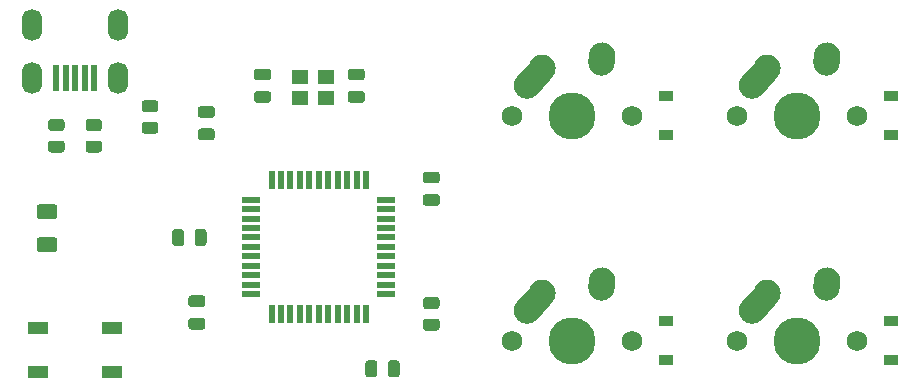
<source format=gbs>
%TF.GenerationSoftware,KiCad,Pcbnew,(5.1.10)-1*%
%TF.CreationDate,2021-09-07T16:31:46+07:00*%
%TF.ProjectId,trialkb,74726961-6c6b-4622-9e6b-696361645f70,rev?*%
%TF.SameCoordinates,Original*%
%TF.FileFunction,Soldermask,Bot*%
%TF.FilePolarity,Negative*%
%FSLAX46Y46*%
G04 Gerber Fmt 4.6, Leading zero omitted, Abs format (unit mm)*
G04 Created by KiCad (PCBNEW (5.1.10)-1) date 2021-09-07 16:31:46*
%MOMM*%
%LPD*%
G01*
G04 APERTURE LIST*
%ADD10R,1.800000X1.100000*%
%ADD11C,1.750000*%
%ADD12C,2.250000*%
%ADD13C,3.987800*%
%ADD14R,1.400000X1.200000*%
%ADD15O,1.700000X2.700000*%
%ADD16R,0.500000X2.250000*%
%ADD17R,0.550000X1.500000*%
%ADD18R,1.500000X0.550000*%
%ADD19R,1.200000X0.900000*%
G04 APERTURE END LIST*
D10*
%TO.C,SW1*%
X34056250Y-77256250D03*
X27856250Y-73556250D03*
X34056250Y-73556250D03*
X27856250Y-77256250D03*
%TD*%
D11*
%TO.C,MX2*%
X78105000Y-74612500D03*
X67945000Y-74612500D03*
D12*
X70525000Y-70612500D03*
D13*
X73025000Y-74612500D03*
G36*
G01*
X68463688Y-72909850D02*
X68463683Y-72909845D01*
G75*
G02*
X68377655Y-71321183I751317J837345D01*
G01*
X69687657Y-69861183D01*
G75*
G02*
X71276319Y-69775155I837345J-751317D01*
G01*
X71276319Y-69775155D01*
G75*
G02*
X71362347Y-71363817I-751317J-837345D01*
G01*
X70052345Y-72823817D01*
G75*
G02*
X68463683Y-72909845I-837345J751317D01*
G01*
G37*
D12*
X75565000Y-69532500D03*
G36*
G01*
X75448483Y-71234895D02*
X75447597Y-71234834D01*
G75*
G02*
X74402666Y-70035097I77403J1122334D01*
G01*
X74442666Y-69455097D01*
G75*
G02*
X75642403Y-68410166I1122334J-77403D01*
G01*
X75642403Y-68410166D01*
G75*
G02*
X76687334Y-69609903I-77403J-1122334D01*
G01*
X76647334Y-70189903D01*
G75*
G02*
X75447597Y-71234834I-1122334J77403D01*
G01*
G37*
%TD*%
D14*
%TO.C,Y1*%
X52206250Y-52331250D03*
X50006250Y-52331250D03*
X50006250Y-54031250D03*
X52206250Y-54031250D03*
%TD*%
D15*
%TO.C,USB1*%
X27306250Y-47887500D03*
X34606250Y-47887500D03*
X34606250Y-52387500D03*
X27306250Y-52387500D03*
D16*
X29356250Y-52387500D03*
X30156250Y-52387500D03*
X30956250Y-52387500D03*
X31756250Y-52387500D03*
X32556250Y-52387500D03*
%TD*%
D17*
%TO.C,U1*%
X47593750Y-72375000D03*
X48393750Y-72375000D03*
X49193750Y-72375000D03*
X49993750Y-72375000D03*
X50793750Y-72375000D03*
X51593750Y-72375000D03*
X52393750Y-72375000D03*
X53193750Y-72375000D03*
X53993750Y-72375000D03*
X54793750Y-72375000D03*
X55593750Y-72375000D03*
D18*
X57293750Y-70675000D03*
X57293750Y-69875000D03*
X57293750Y-69075000D03*
X57293750Y-68275000D03*
X57293750Y-67475000D03*
X57293750Y-66675000D03*
X57293750Y-65875000D03*
X57293750Y-65075000D03*
X57293750Y-64275000D03*
X57293750Y-63475000D03*
X57293750Y-62675000D03*
D17*
X55593750Y-60975000D03*
X54793750Y-60975000D03*
X53993750Y-60975000D03*
X53193750Y-60975000D03*
X52393750Y-60975000D03*
X51593750Y-60975000D03*
X50793750Y-60975000D03*
X49993750Y-60975000D03*
X49193750Y-60975000D03*
X48393750Y-60975000D03*
X47593750Y-60975000D03*
D18*
X45893750Y-62675000D03*
X45893750Y-63475000D03*
X45893750Y-64275000D03*
X45893750Y-65075000D03*
X45893750Y-65875000D03*
X45893750Y-66675000D03*
X45893750Y-67475000D03*
X45893750Y-68275000D03*
X45893750Y-69075000D03*
X45893750Y-69875000D03*
X45893750Y-70675000D03*
%TD*%
%TO.C,R4*%
G36*
G01*
X61568751Y-71950000D02*
X60668749Y-71950000D01*
G75*
G02*
X60418750Y-71700001I0J249999D01*
G01*
X60418750Y-71174999D01*
G75*
G02*
X60668749Y-70925000I249999J0D01*
G01*
X61568751Y-70925000D01*
G75*
G02*
X61818750Y-71174999I0J-249999D01*
G01*
X61818750Y-71700001D01*
G75*
G02*
X61568751Y-71950000I-249999J0D01*
G01*
G37*
G36*
G01*
X61568751Y-73775000D02*
X60668749Y-73775000D01*
G75*
G02*
X60418750Y-73525001I0J249999D01*
G01*
X60418750Y-72999999D01*
G75*
G02*
X60668749Y-72750000I249999J0D01*
G01*
X61568751Y-72750000D01*
G75*
G02*
X61818750Y-72999999I0J-249999D01*
G01*
X61818750Y-73525001D01*
G75*
G02*
X61568751Y-73775000I-249999J0D01*
G01*
G37*
%TD*%
%TO.C,R3*%
G36*
G01*
X36856249Y-56081250D02*
X37756251Y-56081250D01*
G75*
G02*
X38006250Y-56331249I0J-249999D01*
G01*
X38006250Y-56856251D01*
G75*
G02*
X37756251Y-57106250I-249999J0D01*
G01*
X36856249Y-57106250D01*
G75*
G02*
X36606250Y-56856251I0J249999D01*
G01*
X36606250Y-56331249D01*
G75*
G02*
X36856249Y-56081250I249999J0D01*
G01*
G37*
G36*
G01*
X36856249Y-54256250D02*
X37756251Y-54256250D01*
G75*
G02*
X38006250Y-54506249I0J-249999D01*
G01*
X38006250Y-55031251D01*
G75*
G02*
X37756251Y-55281250I-249999J0D01*
G01*
X36856249Y-55281250D01*
G75*
G02*
X36606250Y-55031251I0J249999D01*
G01*
X36606250Y-54506249D01*
G75*
G02*
X36856249Y-54256250I249999J0D01*
G01*
G37*
%TD*%
%TO.C,R2*%
G36*
G01*
X32993751Y-56868750D02*
X32093749Y-56868750D01*
G75*
G02*
X31843750Y-56618751I0J249999D01*
G01*
X31843750Y-56093749D01*
G75*
G02*
X32093749Y-55843750I249999J0D01*
G01*
X32993751Y-55843750D01*
G75*
G02*
X33243750Y-56093749I0J-249999D01*
G01*
X33243750Y-56618751D01*
G75*
G02*
X32993751Y-56868750I-249999J0D01*
G01*
G37*
G36*
G01*
X32993751Y-58693750D02*
X32093749Y-58693750D01*
G75*
G02*
X31843750Y-58443751I0J249999D01*
G01*
X31843750Y-57918749D01*
G75*
G02*
X32093749Y-57668750I249999J0D01*
G01*
X32993751Y-57668750D01*
G75*
G02*
X33243750Y-57918749I0J-249999D01*
G01*
X33243750Y-58443751D01*
G75*
G02*
X32993751Y-58693750I-249999J0D01*
G01*
G37*
%TD*%
%TO.C,R1*%
G36*
G01*
X29818751Y-56868750D02*
X28918749Y-56868750D01*
G75*
G02*
X28668750Y-56618751I0J249999D01*
G01*
X28668750Y-56093749D01*
G75*
G02*
X28918749Y-55843750I249999J0D01*
G01*
X29818751Y-55843750D01*
G75*
G02*
X30068750Y-56093749I0J-249999D01*
G01*
X30068750Y-56618751D01*
G75*
G02*
X29818751Y-56868750I-249999J0D01*
G01*
G37*
G36*
G01*
X29818751Y-58693750D02*
X28918749Y-58693750D01*
G75*
G02*
X28668750Y-58443751I0J249999D01*
G01*
X28668750Y-57918749D01*
G75*
G02*
X28918749Y-57668750I249999J0D01*
G01*
X29818751Y-57668750D01*
G75*
G02*
X30068750Y-57918749I0J-249999D01*
G01*
X30068750Y-58443751D01*
G75*
G02*
X29818751Y-58693750I-249999J0D01*
G01*
G37*
%TD*%
D11*
%TO.C,MX4*%
X97155000Y-74612500D03*
X86995000Y-74612500D03*
D12*
X89575000Y-70612500D03*
D13*
X92075000Y-74612500D03*
G36*
G01*
X87513688Y-72909850D02*
X87513683Y-72909845D01*
G75*
G02*
X87427655Y-71321183I751317J837345D01*
G01*
X88737657Y-69861183D01*
G75*
G02*
X90326319Y-69775155I837345J-751317D01*
G01*
X90326319Y-69775155D01*
G75*
G02*
X90412347Y-71363817I-751317J-837345D01*
G01*
X89102345Y-72823817D01*
G75*
G02*
X87513683Y-72909845I-837345J751317D01*
G01*
G37*
D12*
X94615000Y-69532500D03*
G36*
G01*
X94498483Y-71234895D02*
X94497597Y-71234834D01*
G75*
G02*
X93452666Y-70035097I77403J1122334D01*
G01*
X93492666Y-69455097D01*
G75*
G02*
X94692403Y-68410166I1122334J-77403D01*
G01*
X94692403Y-68410166D01*
G75*
G02*
X95737334Y-69609903I-77403J-1122334D01*
G01*
X95697334Y-70189903D01*
G75*
G02*
X94497597Y-71234834I-1122334J77403D01*
G01*
G37*
%TD*%
D11*
%TO.C,MX3*%
X97155000Y-55562500D03*
X86995000Y-55562500D03*
D12*
X89575000Y-51562500D03*
D13*
X92075000Y-55562500D03*
G36*
G01*
X87513688Y-53859850D02*
X87513683Y-53859845D01*
G75*
G02*
X87427655Y-52271183I751317J837345D01*
G01*
X88737657Y-50811183D01*
G75*
G02*
X90326319Y-50725155I837345J-751317D01*
G01*
X90326319Y-50725155D01*
G75*
G02*
X90412347Y-52313817I-751317J-837345D01*
G01*
X89102345Y-53773817D01*
G75*
G02*
X87513683Y-53859845I-837345J751317D01*
G01*
G37*
D12*
X94615000Y-50482500D03*
G36*
G01*
X94498483Y-52184895D02*
X94497597Y-52184834D01*
G75*
G02*
X93452666Y-50985097I77403J1122334D01*
G01*
X93492666Y-50405097D01*
G75*
G02*
X94692403Y-49360166I1122334J-77403D01*
G01*
X94692403Y-49360166D01*
G75*
G02*
X95737334Y-50559903I-77403J-1122334D01*
G01*
X95697334Y-51139903D01*
G75*
G02*
X94497597Y-52184834I-1122334J77403D01*
G01*
G37*
%TD*%
D11*
%TO.C,MX1*%
X78105000Y-55562500D03*
X67945000Y-55562500D03*
D12*
X70525000Y-51562500D03*
D13*
X73025000Y-55562500D03*
G36*
G01*
X68463688Y-53859850D02*
X68463683Y-53859845D01*
G75*
G02*
X68377655Y-52271183I751317J837345D01*
G01*
X69687657Y-50811183D01*
G75*
G02*
X71276319Y-50725155I837345J-751317D01*
G01*
X71276319Y-50725155D01*
G75*
G02*
X71362347Y-52313817I-751317J-837345D01*
G01*
X70052345Y-53773817D01*
G75*
G02*
X68463683Y-53859845I-837345J751317D01*
G01*
G37*
D12*
X75565000Y-50482500D03*
G36*
G01*
X75448483Y-52184895D02*
X75447597Y-52184834D01*
G75*
G02*
X74402666Y-50985097I77403J1122334D01*
G01*
X74442666Y-50405097D01*
G75*
G02*
X75642403Y-49360166I1122334J-77403D01*
G01*
X75642403Y-49360166D01*
G75*
G02*
X76687334Y-50559903I-77403J-1122334D01*
G01*
X76647334Y-51139903D01*
G75*
G02*
X75447597Y-52184834I-1122334J77403D01*
G01*
G37*
%TD*%
%TO.C,F1*%
G36*
G01*
X29200000Y-64312500D02*
X27950000Y-64312500D01*
G75*
G02*
X27700000Y-64062500I0J250000D01*
G01*
X27700000Y-63312500D01*
G75*
G02*
X27950000Y-63062500I250000J0D01*
G01*
X29200000Y-63062500D01*
G75*
G02*
X29450000Y-63312500I0J-250000D01*
G01*
X29450000Y-64062500D01*
G75*
G02*
X29200000Y-64312500I-250000J0D01*
G01*
G37*
G36*
G01*
X29200000Y-67112500D02*
X27950000Y-67112500D01*
G75*
G02*
X27700000Y-66862500I0J250000D01*
G01*
X27700000Y-66112500D01*
G75*
G02*
X27950000Y-65862500I250000J0D01*
G01*
X29200000Y-65862500D01*
G75*
G02*
X29450000Y-66112500I0J-250000D01*
G01*
X29450000Y-66862500D01*
G75*
G02*
X29200000Y-67112500I-250000J0D01*
G01*
G37*
%TD*%
D19*
%TO.C,D4*%
X100012500Y-72962500D03*
X100012500Y-76262500D03*
%TD*%
%TO.C,D3*%
X100012500Y-53912500D03*
X100012500Y-57212500D03*
%TD*%
%TO.C,D2*%
X80962500Y-72962500D03*
X80962500Y-76262500D03*
%TD*%
%TO.C,D1*%
X80962500Y-53912500D03*
X80962500Y-57212500D03*
%TD*%
%TO.C,C7*%
G36*
G01*
X40187500Y-65406250D02*
X40187500Y-66356250D01*
G75*
G02*
X39937500Y-66606250I-250000J0D01*
G01*
X39437500Y-66606250D01*
G75*
G02*
X39187500Y-66356250I0J250000D01*
G01*
X39187500Y-65406250D01*
G75*
G02*
X39437500Y-65156250I250000J0D01*
G01*
X39937500Y-65156250D01*
G75*
G02*
X40187500Y-65406250I0J-250000D01*
G01*
G37*
G36*
G01*
X42087500Y-65406250D02*
X42087500Y-66356250D01*
G75*
G02*
X41837500Y-66606250I-250000J0D01*
G01*
X41337500Y-66606250D01*
G75*
G02*
X41087500Y-66356250I0J250000D01*
G01*
X41087500Y-65406250D01*
G75*
G02*
X41337500Y-65156250I250000J0D01*
G01*
X41837500Y-65156250D01*
G75*
G02*
X42087500Y-65406250I0J-250000D01*
G01*
G37*
%TD*%
%TO.C,C6*%
G36*
G01*
X40800000Y-72681250D02*
X41750000Y-72681250D01*
G75*
G02*
X42000000Y-72931250I0J-250000D01*
G01*
X42000000Y-73431250D01*
G75*
G02*
X41750000Y-73681250I-250000J0D01*
G01*
X40800000Y-73681250D01*
G75*
G02*
X40550000Y-73431250I0J250000D01*
G01*
X40550000Y-72931250D01*
G75*
G02*
X40800000Y-72681250I250000J0D01*
G01*
G37*
G36*
G01*
X40800000Y-70781250D02*
X41750000Y-70781250D01*
G75*
G02*
X42000000Y-71031250I0J-250000D01*
G01*
X42000000Y-71531250D01*
G75*
G02*
X41750000Y-71781250I-250000J0D01*
G01*
X40800000Y-71781250D01*
G75*
G02*
X40550000Y-71531250I0J250000D01*
G01*
X40550000Y-71031250D01*
G75*
G02*
X40800000Y-70781250I250000J0D01*
G01*
G37*
%TD*%
%TO.C,C5*%
G36*
G01*
X46356250Y-53475000D02*
X47306250Y-53475000D01*
G75*
G02*
X47556250Y-53725000I0J-250000D01*
G01*
X47556250Y-54225000D01*
G75*
G02*
X47306250Y-54475000I-250000J0D01*
G01*
X46356250Y-54475000D01*
G75*
G02*
X46106250Y-54225000I0J250000D01*
G01*
X46106250Y-53725000D01*
G75*
G02*
X46356250Y-53475000I250000J0D01*
G01*
G37*
G36*
G01*
X46356250Y-51575000D02*
X47306250Y-51575000D01*
G75*
G02*
X47556250Y-51825000I0J-250000D01*
G01*
X47556250Y-52325000D01*
G75*
G02*
X47306250Y-52575000I-250000J0D01*
G01*
X46356250Y-52575000D01*
G75*
G02*
X46106250Y-52325000I0J250000D01*
G01*
X46106250Y-51825000D01*
G75*
G02*
X46356250Y-51575000I250000J0D01*
G01*
G37*
%TD*%
%TO.C,C4*%
G36*
G01*
X55243750Y-52575000D02*
X54293750Y-52575000D01*
G75*
G02*
X54043750Y-52325000I0J250000D01*
G01*
X54043750Y-51825000D01*
G75*
G02*
X54293750Y-51575000I250000J0D01*
G01*
X55243750Y-51575000D01*
G75*
G02*
X55493750Y-51825000I0J-250000D01*
G01*
X55493750Y-52325000D01*
G75*
G02*
X55243750Y-52575000I-250000J0D01*
G01*
G37*
G36*
G01*
X55243750Y-54475000D02*
X54293750Y-54475000D01*
G75*
G02*
X54043750Y-54225000I0J250000D01*
G01*
X54043750Y-53725000D01*
G75*
G02*
X54293750Y-53475000I250000J0D01*
G01*
X55243750Y-53475000D01*
G75*
G02*
X55493750Y-53725000I0J-250000D01*
G01*
X55493750Y-54225000D01*
G75*
G02*
X55243750Y-54475000I-250000J0D01*
G01*
G37*
%TD*%
%TO.C,C3*%
G36*
G01*
X42543750Y-57650000D02*
X41593750Y-57650000D01*
G75*
G02*
X41343750Y-57400000I0J250000D01*
G01*
X41343750Y-56900000D01*
G75*
G02*
X41593750Y-56650000I250000J0D01*
G01*
X42543750Y-56650000D01*
G75*
G02*
X42793750Y-56900000I0J-250000D01*
G01*
X42793750Y-57400000D01*
G75*
G02*
X42543750Y-57650000I-250000J0D01*
G01*
G37*
G36*
G01*
X42543750Y-55750000D02*
X41593750Y-55750000D01*
G75*
G02*
X41343750Y-55500000I0J250000D01*
G01*
X41343750Y-55000000D01*
G75*
G02*
X41593750Y-54750000I250000J0D01*
G01*
X42543750Y-54750000D01*
G75*
G02*
X42793750Y-55000000I0J-250000D01*
G01*
X42793750Y-55500000D01*
G75*
G02*
X42543750Y-55750000I-250000J0D01*
G01*
G37*
%TD*%
%TO.C,C2*%
G36*
G01*
X61593750Y-61306250D02*
X60643750Y-61306250D01*
G75*
G02*
X60393750Y-61056250I0J250000D01*
G01*
X60393750Y-60556250D01*
G75*
G02*
X60643750Y-60306250I250000J0D01*
G01*
X61593750Y-60306250D01*
G75*
G02*
X61843750Y-60556250I0J-250000D01*
G01*
X61843750Y-61056250D01*
G75*
G02*
X61593750Y-61306250I-250000J0D01*
G01*
G37*
G36*
G01*
X61593750Y-63206250D02*
X60643750Y-63206250D01*
G75*
G02*
X60393750Y-62956250I0J250000D01*
G01*
X60393750Y-62456250D01*
G75*
G02*
X60643750Y-62206250I250000J0D01*
G01*
X61593750Y-62206250D01*
G75*
G02*
X61843750Y-62456250I0J-250000D01*
G01*
X61843750Y-62956250D01*
G75*
G02*
X61593750Y-63206250I-250000J0D01*
G01*
G37*
%TD*%
%TO.C,C1*%
G36*
G01*
X56543750Y-76518750D02*
X56543750Y-77468750D01*
G75*
G02*
X56293750Y-77718750I-250000J0D01*
G01*
X55793750Y-77718750D01*
G75*
G02*
X55543750Y-77468750I0J250000D01*
G01*
X55543750Y-76518750D01*
G75*
G02*
X55793750Y-76268750I250000J0D01*
G01*
X56293750Y-76268750D01*
G75*
G02*
X56543750Y-76518750I0J-250000D01*
G01*
G37*
G36*
G01*
X58443750Y-76518750D02*
X58443750Y-77468750D01*
G75*
G02*
X58193750Y-77718750I-250000J0D01*
G01*
X57693750Y-77718750D01*
G75*
G02*
X57443750Y-77468750I0J250000D01*
G01*
X57443750Y-76518750D01*
G75*
G02*
X57693750Y-76268750I250000J0D01*
G01*
X58193750Y-76268750D01*
G75*
G02*
X58443750Y-76518750I0J-250000D01*
G01*
G37*
%TD*%
M02*

</source>
